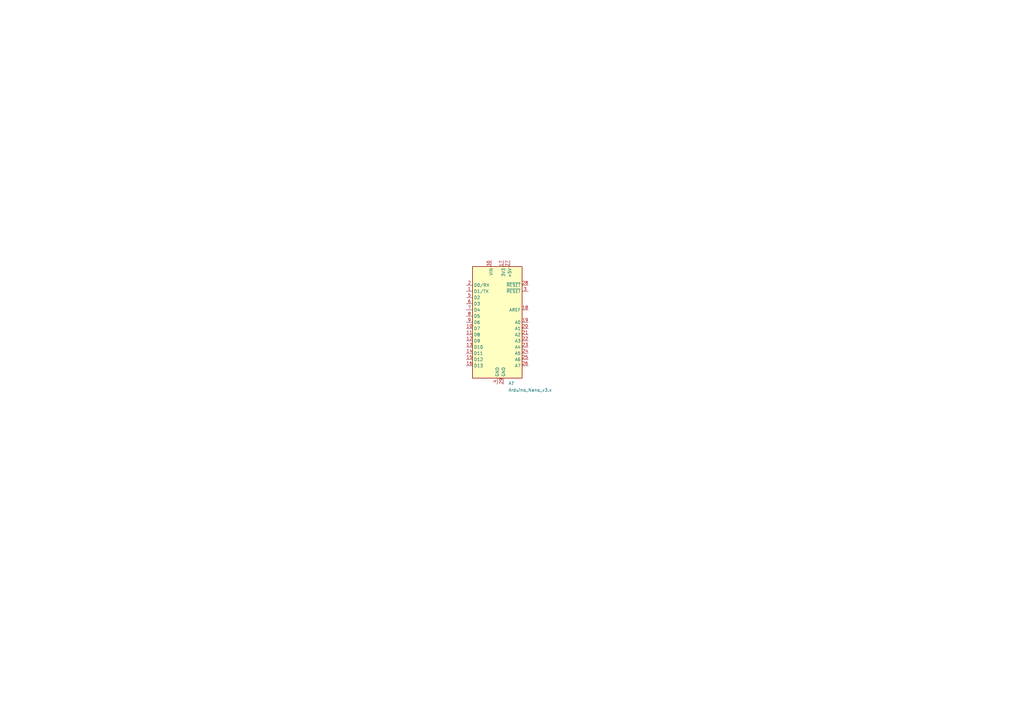
<source format=kicad_sch>
(kicad_sch (version 20211123) (generator eeschema)
  (paper "A3")
  (lib_symbols
    (symbol "MCU_Module:Arduino_Nano_v3.x"
      (property "Reference" "A" (at -10.16 23.495 0))
      (property "Value" "Arduino_Nano_v3.x" (at 5.08 -24.13 0))
      (symbol "Arduino_Nano_v3.x_0_1"
        (rectangle (start -10.16 22.86) (end 10.16 -22.86) (stroke (width 0.254)) (fill (type background)))
      )
      (symbol "Arduino_Nano_v3.x_1_1"
        (pin bidirectional line (at -12.7 12.7 0) (length 2.54) (name "D1/TX") (number "1"))
        (pin bidirectional line (at -12.7 -2.54 0) (length 2.54) (name "D7") (number "10"))
        (pin bidirectional line (at -12.7 -5.08 0) (length 2.54) (name "D8") (number "11"))
        (pin bidirectional line (at -12.7 -7.62 0) (length 2.54) (name "D9") (number "12"))
        (pin bidirectional line (at -12.7 -10.16 0) (length 2.54) (name "D10") (number "13"))
        (pin bidirectional line (at -12.7 -12.7 0) (length 2.54) (name "D11") (number "14"))
        (pin bidirectional line (at -12.7 -15.24 0) (length 2.54) (name "D12") (number "15"))
        (pin bidirectional line (at -12.7 -17.78 0) (length 2.54) (name "D13") (number "16"))
        (pin power_out line (at 2.54 25.4 270) (length 2.54) (name "3V3") (number "17"))
        (pin input line (at 12.7 5.08 180) (length 2.54) (name "AREF") (number "18"))
        (pin bidirectional line (at 12.7 0 180) (length 2.54) (name "A0") (number "19"))
        (pin bidirectional line (at -12.7 15.24 0) (length 2.54) (name "D0/RX") (number "2"))
        (pin bidirectional line (at 12.7 -2.54 180) (length 2.54) (name "A1") (number "20"))
        (pin bidirectional line (at 12.7 -5.08 180) (length 2.54) (name "A2") (number "21"))
        (pin bidirectional line (at 12.7 -7.62 180) (length 2.54) (name "A3") (number "22"))
        (pin bidirectional line (at 12.7 -10.16 180) (length 2.54) (name "A4") (number "23"))
        (pin bidirectional line (at 12.7 -12.7 180) (length 2.54) (name "A5") (number "24"))
        (pin bidirectional line (at 12.7 -15.24 180) (length 2.54) (name "A6") (number "25"))
        (pin bidirectional line (at 12.7 -17.78 180) (length 2.54) (name "A7") (number "26"))
        (pin power_out line (at 5.08 25.4 270) (length 2.54) (name "+5V") (number "27"))
        (pin input line (at 12.7 15.24 180) (length 2.54) (name "~{RESET}") (number "28"))
        (pin power_in line (at 2.54 -25.4 90) (length 2.54) (name "GND") (number "29"))
        (pin input line (at 12.7 12.7 180) (length 2.54) (name "~{RESET}") (number "3"))
        (pin power_in line (at -2.54 25.4 270) (length 2.54) (name "VIN") (number "30"))
        (pin power_in line (at 0 -25.4 90) (length 2.54) (name "GND") (number "4"))
        (pin bidirectional line (at -12.7 10.16 0) (length 2.54) (name "D2") (number "5"))
        (pin bidirectional line (at -12.7 7.62 0) (length 2.54) (name "D3") (number "6"))
        (pin bidirectional line (at -12.7 5.08 0) (length 2.54) (name "D4") (number "7"))
        (pin bidirectional line (at -12.7 2.54 0) (length 2.54) (name "D5") (number "8"))
        (pin bidirectional line (at -12.7 0 0) (length 2.54) (name "D6") (number "9"))
      )
    )
  )
  (symbol (lib_id "MCU_Module:Arduino_Nano_v3.x") (at 203.962 132.207 0) (unit 1)
    (property "Reference" "A?" (at 208.5214 157.2165 0) (effects (justify left)))
    (property "Value" "Arduino_Nano_v3.x" (at 208.5214 159.9916 0) (effects (justify left)))
    (property "Footprint" "Module:Arduino_Nano" (effects hide))
    (property "Datasheet" "http://www.mouser.com/pdfdocs/Gravitech_Arduino_Nano3_0.pdf" (effects hide))
  )
)
</source>
